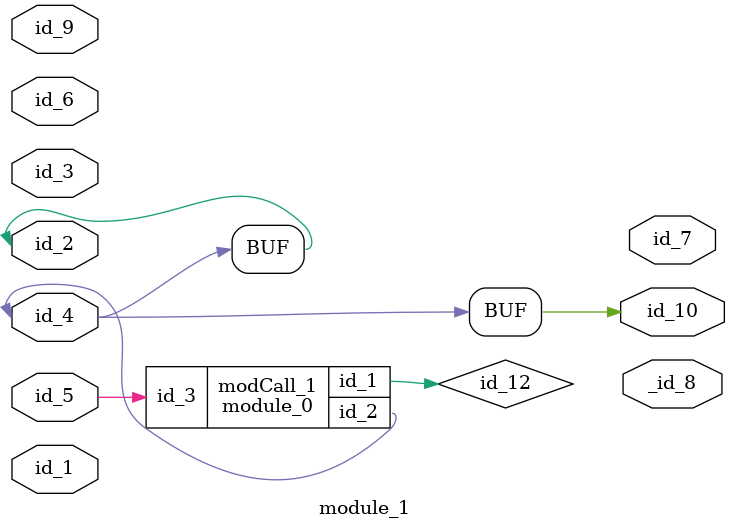
<source format=v>
module module_0 (
    id_1,
    id_2,
    id_3
);
  input wire id_3;
  output wire id_2;
  output wire id_1;
endmodule
module module_1 #(
    parameter id_8 = 32'd74
) (
    id_1,
    id_2,
    id_3,
    id_4,
    id_5,
    id_6,
    id_7,
    _id_8,
    id_9,
    id_10
);
  output reg id_10;
  inout wire id_9;
  output wire _id_8;
  output wire id_7;
  inout wire id_6;
  input wire id_5;
  inout wire id_4;
  input wire id_3;
  inout wire id_2;
  input wire id_1;
  always begin : LABEL_0
    id_10 <= id_2;
  end
  wire ['b0 : id_8] id_11;
  wire id_12, id_13, id_14;
  module_0 modCall_1 (
      id_12,
      id_4,
      id_5
  );
  assign id_10 = id_4;
endmodule

</source>
